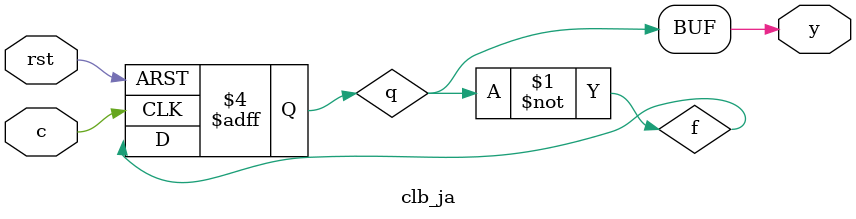
<source format=v>
module clb_ja(
	input c,
	input rst,
	output y
);

	wire f;
	reg q;
	
	assign f = ~q;
	
	always @(posedge c, negedge rst) begin
		if (rst == 1'b0) begin
			q <= 1'b0;
		end else begin
			q <= f;
		end
	end
	
	assign y = q;
	
endmodule

</source>
